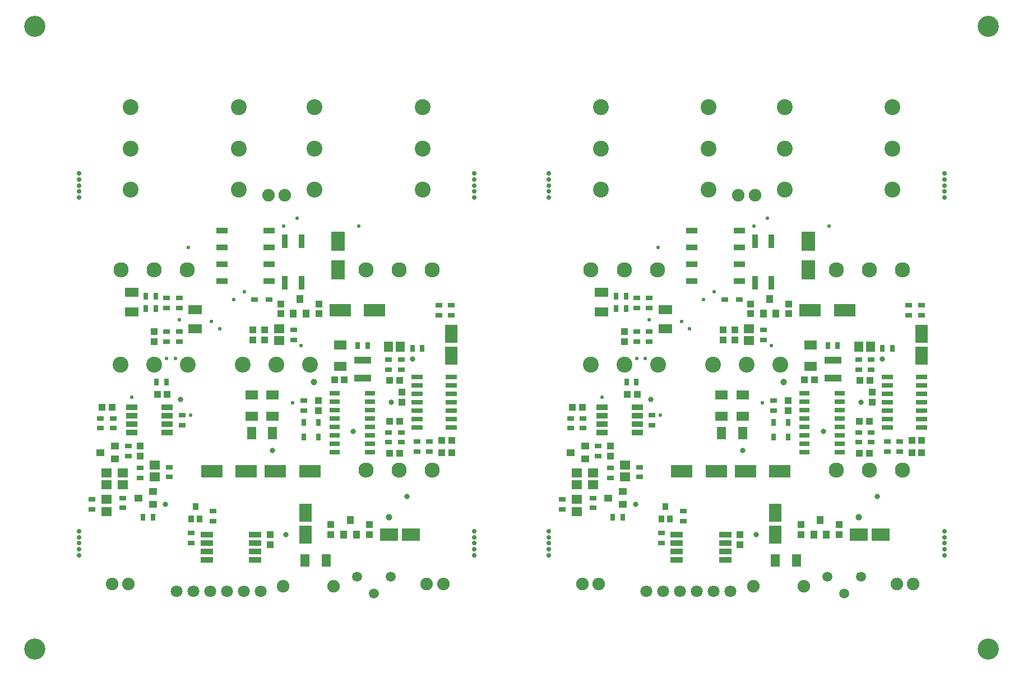
<source format=gts>
%FSLAX46Y46*%
%MOMM*%
%AMPS21*
1,1,2.300000,0.000000,0.000000*
%
%ADD21PS21*%
%AMPS60*
1,1,1.800000,0.000000,0.000000*
%
%ADD60PS60*%
%AMPS51*
1,1,2.400000,0.000000,0.000000*
%
%ADD51PS51*%
%AMPS61*
1,1,1.500000,0.000000,0.000000*
%
%ADD61PS61*%
%AMPS29*
1,1,2.400000,0.000000,0.000000*
%
%ADD29PS29*%
%AMPS12*
1,1,1.900000,0.000000,0.000000*
%
%ADD12PS12*%
%AMPS44*
1,1,1.900000,0.000000,0.000000*
%
%ADD44PS44*%
%AMPS26*
1,1,1.900000,0.000000,0.000000*
%
%ADD26PS26*%
%AMPS39*
21,1,0.750000,1.700000,0.000000,0.000000,90.000000*
%
%ADD39PS39*%
%AMPS38*
21,1,0.750000,1.700000,0.000000,0.000000,270.000000*
%
%ADD38PS38*%
%AMPS55*
21,1,0.800000,1.900000,0.000000,0.000000,90.000000*
%
%ADD55PS55*%
%AMPS54*
21,1,0.800000,1.900000,0.000000,0.000000,270.000000*
%
%ADD54PS54*%
%AMPS49*
21,1,1.800000,3.150000,0.000000,0.000000,90.000000*
%
%ADD49PS49*%
%AMPS50*
21,1,1.800000,3.150000,0.000000,0.000000,270.000000*
%
%ADD50PS50*%
%AMPS17*
21,1,0.800000,1.750000,0.000000,0.000000,90.000000*
%
%ADD17PS17*%
%AMPS18*
21,1,0.800000,1.750000,0.000000,0.000000,270.000000*
%
%ADD18PS18*%
%AMPS40*
21,1,1.800000,2.700000,0.000000,0.000000,0.000000*
%
%ADD40PS40*%
%AMPS42*
21,1,1.800000,2.700000,0.000000,0.000000,90.000000*
%
%ADD42PS42*%
%AMPS41*
21,1,1.800000,2.700000,0.000000,0.000000,180.000000*
%
%ADD41PS41*%
%AMPS43*
21,1,1.800000,2.700000,0.000000,0.000000,270.000000*
%
%ADD43PS43*%
%AMPS66*
21,1,1.100000,1.200000,0.000000,0.000000,0.000000*
%
%ADD66PS66*%
%AMPS32*
21,1,1.100000,1.200000,0.000000,0.000000,90.000000*
%
%ADD32PS32*%
%AMPS67*
21,1,1.100000,1.200000,0.000000,0.000000,180.000000*
%
%ADD67PS67*%
%AMPS33*
21,1,1.100000,1.200000,0.000000,0.000000,270.000000*
%
%ADD33PS33*%
%AMPS24*
21,1,1.600000,1.300000,0.000000,0.000000,0.000000*
%
%ADD24PS24*%
%AMPS53*
21,1,1.600000,1.300000,0.000000,0.000000,90.000000*
%
%ADD53PS53*%
%AMPS25*
21,1,1.600000,1.300000,0.000000,0.000000,180.000000*
%
%ADD25PS25*%
%AMPS52*
21,1,1.600000,1.300000,0.000000,0.000000,270.000000*
%
%ADD52PS52*%
%AMPS30*
21,1,0.600000,1.100000,0.000000,0.000000,0.000000*
%
%ADD30PS30*%
%AMPS47*
21,1,0.600000,1.100000,0.000000,0.000000,90.000000*
%
%ADD47PS47*%
%AMPS31*
21,1,0.600000,1.100000,0.000000,0.000000,180.000000*
%
%ADD31PS31*%
%AMPS48*
21,1,0.600000,1.100000,0.000000,0.000000,270.000000*
%
%ADD48PS48*%
%AMPS64*
21,1,0.750000,1.450000,0.000000,0.000000,90.000000*
%
%ADD64PS64*%
%AMPS65*
21,1,0.750000,1.450000,0.000000,0.000000,270.000000*
%
%ADD65PS65*%
%AMPS14*
21,1,0.800000,2.000000,0.000000,0.000000,0.000000*
%
%ADD14PS14*%
%AMPS13*
21,1,0.800000,2.000000,0.000000,0.000000,180.000000*
%
%ADD13PS13*%
%AMPS59*
21,1,0.901421,1.691421,0.000000,0.000000,90.000000*
%
%ADD59PS59*%
%AMPS58*
21,1,0.901421,1.691421,0.000000,0.000000,270.000000*
%
%ADD58PS58*%
%AMPS45*
21,1,2.000000,1.400000,0.000000,0.000000,0.000000*
%
%ADD45PS45*%
%AMPS46*
21,1,2.000000,1.400000,0.000000,0.000000,180.000000*
%
%ADD46PS46*%
%AMPS62*
21,1,2.500000,1.100000,0.000000,0.000000,0.000000*
%
%ADD62PS62*%
%AMPS63*
21,1,2.500000,1.100000,0.000000,0.000000,180.000000*
%
%ADD63PS63*%
%AMPS15*
21,1,1.100000,0.700000,0.000000,0.000000,0.000000*
%
%ADD15PS15*%
%AMPS34*
21,1,1.100000,0.700000,0.000000,0.000000,90.000000*
%
%ADD34PS34*%
%AMPS16*
21,1,1.100000,0.700000,0.000000,0.000000,180.000000*
%
%ADD16PS16*%
%AMPS35*
21,1,1.100000,0.700000,0.000000,0.000000,270.000000*
%
%ADD35PS35*%
%AMPS28*
21,1,1.900000,1.300000,0.000000,0.000000,0.000000*
%
%ADD28PS28*%
%AMPS37*
21,1,1.900000,1.300000,0.000000,0.000000,90.000000*
%
%ADD37PS37*%
%AMPS27*
21,1,1.900000,1.300000,0.000000,0.000000,180.000000*
%
%ADD27PS27*%
%AMPS36*
21,1,1.900000,1.300000,0.000000,0.000000,270.000000*
%
%ADD36PS36*%
%AMPS56*
21,1,0.900000,1.100000,0.000000,0.000000,0.000000*
%
%ADD56PS56*%
%AMPS57*
21,1,0.900000,1.100000,0.000000,0.000000,180.000000*
%
%ADD57PS57*%
%AMPS23*
21,1,1.050000,1.000000,0.000000,0.000000,0.000000*
%
%ADD23PS23*%
%AMPS19*
21,1,1.050000,1.000000,0.000000,0.000000,90.000000*
%
%ADD19PS19*%
%AMPS22*
21,1,1.050000,1.000000,0.000000,0.000000,180.000000*
%
%ADD22PS22*%
%AMPS20*
21,1,1.050000,1.000000,0.000000,0.000000,270.000000*
%
%ADD20PS20*%
%AMPS69*
21,1,1.950000,2.850000,0.000000,0.000000,0.000000*
%
%ADD69PS69*%
%AMPS68*
21,1,1.950000,2.850000,0.000000,0.000000,180.000000*
%
%ADD68PS68*%
%AMPS72*
1,1,1.000000,0.000000,0.000000*
%
%ADD72PS72*%
%AMPS71*
1,1,0.800000,0.000000,0.000000*
%
%ADD71PS71*%
%AMPS70*
1,1,0.550000,0.000000,0.000000*
%
%ADD70PS70*%
%AMPS11*
1,1,3.200000,0.000000,0.000000*
%
%ADD11PS11*%
%AMPS10*
1,1,0.700000,0.000000,0.000000*
%
%ADD10PS10*%
G01*
G01*
%LPD*%
G75*
D10*
X80630000Y19900000D03*
D10*
X9630000Y20800000D03*
D10*
X140370000Y19900000D03*
D10*
X80630000Y19000000D03*
D10*
X80630000Y73900000D03*
D10*
X69370000Y19900000D03*
D10*
X9630000Y18100000D03*
D10*
X69370000Y73000000D03*
D10*
X140370000Y74800000D03*
D10*
X9630000Y19900000D03*
D11*
X147000000Y3000000D03*
D10*
X140370000Y73900000D03*
D10*
X9630000Y74800000D03*
D10*
X69370000Y20800000D03*
D11*
X3000000Y97000000D03*
D10*
X140370000Y20800000D03*
D10*
X80630000Y73000000D03*
D11*
X3000000Y3000000D03*
D10*
X80630000Y71200000D03*
D10*
X69370000Y17200000D03*
D10*
X69370000Y71200000D03*
D10*
X140370000Y18100000D03*
D10*
X80630000Y18100000D03*
D10*
X140370000Y73000000D03*
D10*
X140370000Y19000000D03*
D10*
X69370000Y73900000D03*
D10*
X80630000Y74800000D03*
D10*
X69370000Y19000000D03*
D10*
X80630000Y20800000D03*
D10*
X9630000Y17200000D03*
D10*
X69370000Y18100000D03*
D10*
X9630000Y19000000D03*
D10*
X9630000Y71200000D03*
D10*
X140370000Y72100000D03*
D10*
X69370000Y74800000D03*
D10*
X140370000Y71200000D03*
D11*
X147000000Y97000000D03*
D10*
X140370000Y17200000D03*
D10*
X80630000Y17200000D03*
D10*
X80630000Y72100000D03*
D10*
X69370000Y72100000D03*
D10*
X9630000Y73900000D03*
D10*
X9630000Y72100000D03*
D10*
X9630000Y73000000D03*
D12*
X62150000Y12850000D03*
D12*
X64650000Y12850000D03*
D13*
X40760000Y64600000D03*
D14*
X43260000Y58300000D03*
D14*
X40760000Y58300000D03*
D13*
X43260000Y64600000D03*
D15*
X42070000Y49699994D03*
D16*
X42070000Y51199994D03*
D17*
X22970000Y39510000D03*
D17*
X22970000Y36960000D03*
D17*
X22970000Y35690000D03*
D18*
X17630000Y35690000D03*
D18*
X17630000Y38240000D03*
D17*
X22970000Y38240000D03*
D18*
X17630000Y39510000D03*
D18*
X17630000Y36960000D03*
D19*
X14650000Y39500000D03*
D20*
X13150000Y39500000D03*
D21*
X16000000Y60300000D03*
D21*
X26000000Y60300000D03*
D21*
X21000000Y60300000D03*
D22*
X47700000Y21800000D03*
D23*
X47700000Y20300000D03*
D15*
X64000000Y53450000D03*
D16*
X64000000Y54950000D03*
D15*
X17100000Y32150000D03*
D16*
X17100000Y33650000D03*
D20*
X64450000Y34500000D03*
D19*
X65950000Y34500000D03*
D22*
X45860000Y55130000D03*
D23*
X45860000Y53630000D03*
D24*
X16300000Y27800000D03*
D25*
X16300000Y29600000D03*
D26*
X40490000Y12500000D03*
D26*
X48110000Y12500000D03*
D19*
X49730000Y43700000D03*
D20*
X48230000Y43700000D03*
D27*
X49120000Y48900000D03*
D28*
X49120000Y45700000D03*
D21*
X53000000Y30000000D03*
D21*
X63000000Y30000000D03*
D21*
X58000000Y30000000D03*
D28*
X35700000Y38200000D03*
D27*
X35700000Y41400000D03*
D22*
X40130000Y55130000D03*
D23*
X40130000Y53630000D03*
D29*
X33750000Y72350000D03*
D29*
X33750000Y84800000D03*
D29*
X17450000Y84800000D03*
D29*
X33750000Y78550000D03*
D29*
X17450000Y78550000D03*
D29*
X17450000Y72350000D03*
D30*
X43600000Y35000000D03*
D31*
X43600000Y37200000D03*
D16*
X62600000Y34350000D03*
D15*
X62600000Y32850000D03*
D32*
X20800000Y26800000D03*
D33*
X18600000Y25850000D03*
D32*
X20800000Y24900000D03*
D34*
X21250000Y54400000D03*
D35*
X19750000Y54400000D03*
D22*
X53500000Y21800000D03*
D23*
X53500000Y20300000D03*
D36*
X43800000Y16400000D03*
D37*
X47000000Y16400000D03*
D19*
X58050000Y37400000D03*
D20*
X56550000Y37400000D03*
D31*
X45800000Y37200000D03*
D30*
X45800000Y35000000D03*
D38*
X60713845Y36490000D03*
D39*
X65886155Y37760000D03*
D39*
X65886155Y42840000D03*
D39*
X65886155Y41570000D03*
D38*
X60713845Y37760000D03*
D39*
X65886155Y36490000D03*
D39*
X65886155Y40300000D03*
D38*
X60713845Y42840000D03*
D38*
X60713845Y39030000D03*
D38*
X60713845Y44110000D03*
D39*
X65886155Y39030000D03*
D39*
X65886155Y44110000D03*
D38*
X60713845Y40300000D03*
D38*
X60713845Y41570000D03*
D21*
X53000000Y60300000D03*
D21*
X63000000Y60300000D03*
D21*
X58000000Y60300000D03*
D27*
X38900000Y41400000D03*
D28*
X38900000Y38200000D03*
D40*
X65900000Y47350000D03*
D41*
X65900000Y50650000D03*
D12*
X14650000Y12850000D03*
D12*
X17150000Y12850000D03*
D16*
X56400000Y46710000D03*
D15*
X56400000Y45210000D03*
D42*
X59750000Y20300000D03*
D43*
X56450000Y20300000D03*
D16*
X14800000Y37850000D03*
D15*
X14800000Y36350000D03*
D35*
X19300000Y22950000D03*
D34*
X20800000Y22950000D03*
D24*
X39870000Y49600000D03*
D25*
X39870000Y51400000D03*
D23*
X38500000Y18800000D03*
D22*
X38500000Y20300000D03*
D32*
X15100000Y33650000D03*
D33*
X12900000Y32700000D03*
D32*
X15100000Y31750000D03*
D16*
X58300000Y35750000D03*
D15*
X58300000Y34250000D03*
D34*
X21250000Y56300000D03*
D35*
X19750000Y56300000D03*
D23*
X45800000Y39010000D03*
D22*
X45800000Y40510000D03*
D44*
X40750000Y71500000D03*
D44*
X38250000Y71500000D03*
D34*
X61510000Y48400000D03*
D35*
X60010000Y48400000D03*
D15*
X22900000Y49450000D03*
D16*
X22900000Y50950000D03*
D20*
X64450000Y32700000D03*
D19*
X65950000Y32700000D03*
D16*
X23300000Y30500000D03*
D15*
X23300000Y29000000D03*
D20*
X21470000Y41500000D03*
D19*
X22970000Y41500000D03*
D45*
X17600000Y53950000D03*
D46*
X17600000Y56850000D03*
D47*
X38370000Y55800000D03*
D48*
X36170000Y55800000D03*
D23*
X18900000Y32150000D03*
D22*
X18900000Y33650000D03*
D37*
X38900000Y35600000D03*
D36*
X35700000Y35600000D03*
D49*
X54300000Y54150000D03*
D50*
X49100000Y54150000D03*
D16*
X58300000Y46710000D03*
D15*
X58300000Y45210000D03*
D16*
X29900000Y23850000D03*
D15*
X29900000Y22350000D03*
D51*
X21000000Y46000000D03*
D51*
X15920000Y46000000D03*
D51*
X26080000Y46000000D03*
D15*
X12900000Y36350000D03*
D16*
X12900000Y37850000D03*
D50*
X29700000Y29900000D03*
D49*
X34900000Y29900000D03*
D15*
X16300000Y24350000D03*
D16*
X16300000Y25850000D03*
D23*
X35900000Y49699994D03*
D22*
X35900000Y51199994D03*
D15*
X56400000Y34250000D03*
D16*
X56400000Y35750000D03*
D49*
X44500000Y29900000D03*
D50*
X39300000Y29900000D03*
D52*
X56400000Y48700000D03*
D53*
X58200000Y48700000D03*
D19*
X58100000Y43550000D03*
D20*
X56600000Y43550000D03*
D54*
X28950000Y19050000D03*
D54*
X28950000Y16500000D03*
D55*
X36250000Y16500000D03*
D55*
X36250000Y17750000D03*
D55*
X36250000Y20300000D03*
D54*
X28950000Y20300000D03*
D55*
X36250000Y19050000D03*
D54*
X28950000Y17750000D03*
D56*
X26600000Y22650000D03*
D56*
X27900000Y22650000D03*
D57*
X27250000Y24550000D03*
D15*
X22900000Y54550000D03*
D16*
X22900000Y56050000D03*
D58*
X31225000Y58590000D03*
D59*
X38375000Y61130000D03*
D59*
X38375000Y66210000D03*
D59*
X38375000Y63670000D03*
D58*
X31225000Y61130000D03*
D58*
X31225000Y66210000D03*
D59*
X38375000Y58590000D03*
D58*
X31225000Y63670000D03*
D16*
X65900000Y54950000D03*
D15*
X65900000Y53450000D03*
D46*
X27200000Y54250000D03*
D45*
X27200000Y51350000D03*
D60*
X37050000Y11780000D03*
D60*
X26890000Y11780000D03*
D60*
X24350000Y11780000D03*
D60*
X29430000Y11780000D03*
D60*
X31970000Y11780000D03*
D60*
X34510000Y11780000D03*
D16*
X24800000Y50950000D03*
D15*
X24800000Y49450000D03*
D61*
X56740000Y13970000D03*
D61*
X54200000Y11430000D03*
D61*
X51660000Y13970000D03*
D16*
X25200000Y38350000D03*
D15*
X25200000Y36850000D03*
D62*
X52500000Y43931534D03*
D63*
X52500000Y46668466D03*
D15*
X24800000Y54550000D03*
D16*
X24800000Y56050000D03*
D24*
X21100000Y29000000D03*
D25*
X21100000Y30800000D03*
D34*
X53250000Y48800000D03*
D35*
X51750000Y48800000D03*
D20*
X56550000Y32600000D03*
D19*
X58050000Y32600000D03*
D64*
X53574920Y41645000D03*
D65*
X48225080Y39105000D03*
D64*
X53574920Y35295000D03*
D65*
X48225080Y40375000D03*
D65*
X48225080Y37835000D03*
D65*
X48225080Y34025000D03*
D64*
X53574920Y39105000D03*
D65*
X48225080Y32755000D03*
D64*
X53574920Y32755000D03*
D64*
X53574920Y37835000D03*
D64*
X53574920Y34025000D03*
D64*
X53574920Y36565000D03*
D65*
X48225080Y36565000D03*
D64*
X53574920Y40375000D03*
D65*
X48225080Y41645000D03*
D65*
X48225080Y35295000D03*
D16*
X26600000Y20550000D03*
D15*
X26600000Y19050000D03*
D22*
X58440000Y41800000D03*
D23*
X58440000Y40300000D03*
D25*
X13800000Y25600000D03*
D24*
X13800000Y23800000D03*
D15*
X60710000Y32850000D03*
D16*
X60710000Y34350000D03*
D66*
X51550000Y20300000D03*
D67*
X50600000Y22500000D03*
D66*
X49650000Y20300000D03*
D41*
X43830000Y23600000D03*
D40*
X43830000Y20300000D03*
D16*
X43600000Y40510000D03*
D15*
X43600000Y39010000D03*
D23*
X37700000Y49699994D03*
D22*
X37700000Y51199994D03*
D15*
X11600000Y24100000D03*
D16*
X11600000Y25600000D03*
D29*
X61550000Y72350000D03*
D29*
X61550000Y84800000D03*
D29*
X45250000Y84800000D03*
D29*
X61550000Y78550000D03*
D29*
X45250000Y78550000D03*
D29*
X45250000Y72350000D03*
D66*
X43940000Y53630000D03*
D67*
X42990000Y55830000D03*
D66*
X42040000Y53630000D03*
D68*
X48800000Y64600000D03*
D69*
X48800000Y60300000D03*
D34*
X22850000Y43300000D03*
D35*
X21350000Y43300000D03*
D51*
X39500000Y46000000D03*
D51*
X34420000Y46000000D03*
D51*
X44580000Y46000000D03*
D16*
X18900000Y30350000D03*
D15*
X18900000Y28850000D03*
D25*
X13800000Y29600000D03*
D24*
X13800000Y27800000D03*
D23*
X21000000Y49450000D03*
D22*
X21000000Y50950000D03*
D70*
X24800000Y52700000D03*
D70*
X51900000Y66900000D03*
D70*
X34600000Y57000000D03*
D70*
X33000000Y55800000D03*
D70*
X30900000Y51400000D03*
D70*
X17630000Y41030000D03*
D70*
X29650000Y52450000D03*
D71*
X60010000Y46810000D03*
D70*
X22900000Y46900000D03*
D70*
X40600000Y66900000D03*
D70*
X43200000Y48800000D03*
D71*
X22700000Y24900000D03*
D70*
X24200000Y46900000D03*
D71*
X38900000Y33000000D03*
D70*
X42600000Y68030000D03*
D71*
X59200000Y26100000D03*
D71*
X56800000Y40300000D03*
D72*
X45100000Y43300000D03*
D70*
X26140000Y63670000D03*
D71*
X51100000Y35900000D03*
D70*
X41900000Y40200000D03*
D71*
X25000000Y40700000D03*
D70*
X26490000Y38350000D03*
D72*
X56450000Y22950000D03*
D71*
X40900000Y20300000D03*
D12*
X133150000Y12850000D03*
D12*
X135650000Y12850000D03*
D13*
X111760000Y64600000D03*
D14*
X114260000Y58300000D03*
D14*
X111760000Y58300000D03*
D13*
X114260000Y64600000D03*
D15*
X113070000Y49699994D03*
D16*
X113070000Y51199994D03*
D17*
X93970000Y39510000D03*
D17*
X93970000Y36960000D03*
D17*
X93970000Y35690000D03*
D18*
X88630000Y35690000D03*
D18*
X88630000Y38240000D03*
D17*
X93970000Y38240000D03*
D18*
X88630000Y39510000D03*
D18*
X88630000Y36960000D03*
D19*
X85650000Y39500000D03*
D20*
X84150000Y39500000D03*
D21*
X87000000Y60300000D03*
D21*
X97000000Y60300000D03*
D21*
X92000000Y60300000D03*
D22*
X118700000Y21800000D03*
D23*
X118700000Y20300000D03*
D15*
X135000000Y53450000D03*
D16*
X135000000Y54950000D03*
D15*
X88100000Y32150000D03*
D16*
X88100000Y33650000D03*
D20*
X135450000Y34500000D03*
D19*
X136950000Y34500000D03*
D22*
X116860000Y55130000D03*
D23*
X116860000Y53630000D03*
D24*
X87300000Y27800000D03*
D25*
X87300000Y29600000D03*
D26*
X111490000Y12500000D03*
D26*
X119110000Y12500000D03*
D19*
X120730000Y43700000D03*
D20*
X119230000Y43700000D03*
D27*
X120120000Y48900000D03*
D28*
X120120000Y45700000D03*
D21*
X124000000Y30000000D03*
D21*
X134000000Y30000000D03*
D21*
X129000000Y30000000D03*
D28*
X106700000Y38200000D03*
D27*
X106700000Y41400000D03*
D22*
X111130000Y55130000D03*
D23*
X111130000Y53630000D03*
D29*
X104750000Y72350000D03*
D29*
X104750000Y84800000D03*
D29*
X88450000Y84800000D03*
D29*
X104750000Y78550000D03*
D29*
X88450000Y78550000D03*
D29*
X88450000Y72350000D03*
D30*
X114600000Y35000000D03*
D31*
X114600000Y37200000D03*
D16*
X133600000Y34350000D03*
D15*
X133600000Y32850000D03*
D32*
X91800000Y26800000D03*
D33*
X89600000Y25850000D03*
D32*
X91800000Y24900000D03*
D34*
X92250000Y54400000D03*
D35*
X90750000Y54400000D03*
D22*
X124500000Y21800000D03*
D23*
X124500000Y20300000D03*
D36*
X114800000Y16400000D03*
D37*
X118000000Y16400000D03*
D19*
X129050000Y37400000D03*
D20*
X127550000Y37400000D03*
D31*
X116800000Y37200000D03*
D30*
X116800000Y35000000D03*
D38*
X131713845Y36490000D03*
D39*
X136886155Y37760000D03*
D39*
X136886155Y42840000D03*
D39*
X136886155Y41570000D03*
D38*
X131713845Y37760000D03*
D39*
X136886155Y36490000D03*
D39*
X136886155Y40300000D03*
D38*
X131713845Y42840000D03*
D38*
X131713845Y39030000D03*
D38*
X131713845Y44110000D03*
D39*
X136886155Y39030000D03*
D39*
X136886155Y44110000D03*
D38*
X131713845Y40300000D03*
D38*
X131713845Y41570000D03*
D21*
X124000000Y60300000D03*
D21*
X134000000Y60300000D03*
D21*
X129000000Y60300000D03*
D27*
X109900000Y41400000D03*
D28*
X109900000Y38200000D03*
D40*
X136900000Y47350000D03*
D41*
X136900000Y50650000D03*
D12*
X85650000Y12850000D03*
D12*
X88150000Y12850000D03*
D16*
X127400000Y46710000D03*
D15*
X127400000Y45210000D03*
D42*
X130750000Y20300000D03*
D43*
X127450000Y20300000D03*
D16*
X85800000Y37850000D03*
D15*
X85800000Y36350000D03*
D35*
X90300000Y22950000D03*
D34*
X91800000Y22950000D03*
D24*
X110870000Y49600000D03*
D25*
X110870000Y51400000D03*
D23*
X109500000Y18800000D03*
D22*
X109500000Y20300000D03*
D32*
X86100000Y33650000D03*
D33*
X83900000Y32700000D03*
D32*
X86100000Y31750000D03*
D16*
X129300000Y35750000D03*
D15*
X129300000Y34250000D03*
D34*
X92250000Y56300000D03*
D35*
X90750000Y56300000D03*
D23*
X116800000Y39010000D03*
D22*
X116800000Y40510000D03*
D44*
X111750000Y71500000D03*
D44*
X109250000Y71500000D03*
D34*
X132510000Y48400000D03*
D35*
X131010000Y48400000D03*
D15*
X93900000Y49450000D03*
D16*
X93900000Y50950000D03*
D20*
X135450000Y32700000D03*
D19*
X136950000Y32700000D03*
D16*
X94300000Y30500000D03*
D15*
X94300000Y29000000D03*
D20*
X92470000Y41500000D03*
D19*
X93970000Y41500000D03*
D45*
X88600000Y53950000D03*
D46*
X88600000Y56850000D03*
D47*
X109370000Y55800000D03*
D48*
X107170000Y55800000D03*
D23*
X89900000Y32150000D03*
D22*
X89900000Y33650000D03*
D37*
X109900000Y35600000D03*
D36*
X106700000Y35600000D03*
D49*
X125300000Y54150000D03*
D50*
X120100000Y54150000D03*
D16*
X129300000Y46710000D03*
D15*
X129300000Y45210000D03*
D16*
X100900000Y23850000D03*
D15*
X100900000Y22350000D03*
D51*
X92000000Y46000000D03*
D51*
X86920000Y46000000D03*
D51*
X97080000Y46000000D03*
D15*
X83900000Y36350000D03*
D16*
X83900000Y37850000D03*
D50*
X100700000Y29900000D03*
D49*
X105900000Y29900000D03*
D15*
X87300000Y24350000D03*
D16*
X87300000Y25850000D03*
D23*
X106900000Y49699994D03*
D22*
X106900000Y51199994D03*
D15*
X127400000Y34250000D03*
D16*
X127400000Y35750000D03*
D49*
X115500000Y29900000D03*
D50*
X110300000Y29900000D03*
D52*
X127400000Y48700000D03*
D53*
X129200000Y48700000D03*
D19*
X129100000Y43550000D03*
D20*
X127600000Y43550000D03*
D54*
X99950000Y19050000D03*
D54*
X99950000Y16500000D03*
D55*
X107250000Y16500000D03*
D55*
X107250000Y17750000D03*
D55*
X107250000Y20300000D03*
D54*
X99950000Y20300000D03*
D55*
X107250000Y19050000D03*
D54*
X99950000Y17750000D03*
D56*
X97600000Y22650000D03*
D56*
X98900000Y22650000D03*
D57*
X98250000Y24550000D03*
D15*
X93900000Y54550000D03*
D16*
X93900000Y56050000D03*
D58*
X102225000Y58590000D03*
D59*
X109375000Y61130000D03*
D59*
X109375000Y66210000D03*
D59*
X109375000Y63670000D03*
D58*
X102225000Y61130000D03*
D58*
X102225000Y66210000D03*
D59*
X109375000Y58590000D03*
D58*
X102225000Y63670000D03*
D16*
X136900000Y54950000D03*
D15*
X136900000Y53450000D03*
D46*
X98200000Y54250000D03*
D45*
X98200000Y51350000D03*
D60*
X108050000Y11780000D03*
D60*
X97890000Y11780000D03*
D60*
X95350000Y11780000D03*
D60*
X100430000Y11780000D03*
D60*
X102970000Y11780000D03*
D60*
X105510000Y11780000D03*
D16*
X95800000Y50950000D03*
D15*
X95800000Y49450000D03*
D61*
X127740000Y13970000D03*
D61*
X125200000Y11430000D03*
D61*
X122660000Y13970000D03*
D16*
X96200000Y38350000D03*
D15*
X96200000Y36850000D03*
D62*
X123500000Y43931534D03*
D63*
X123500000Y46668466D03*
D15*
X95800000Y54550000D03*
D16*
X95800000Y56050000D03*
D24*
X92100000Y29000000D03*
D25*
X92100000Y30800000D03*
D34*
X124250000Y48800000D03*
D35*
X122750000Y48800000D03*
D20*
X127550000Y32600000D03*
D19*
X129050000Y32600000D03*
D64*
X124574920Y41645000D03*
D65*
X119225080Y39105000D03*
D64*
X124574920Y35295000D03*
D65*
X119225080Y40375000D03*
D65*
X119225080Y37835000D03*
D65*
X119225080Y34025000D03*
D64*
X124574920Y39105000D03*
D65*
X119225080Y32755000D03*
D64*
X124574920Y32755000D03*
D64*
X124574920Y37835000D03*
D64*
X124574920Y34025000D03*
D64*
X124574920Y36565000D03*
D65*
X119225080Y36565000D03*
D64*
X124574920Y40375000D03*
D65*
X119225080Y41645000D03*
D65*
X119225080Y35295000D03*
D16*
X97600000Y20550000D03*
D15*
X97600000Y19050000D03*
D22*
X129440000Y41800000D03*
D23*
X129440000Y40300000D03*
D25*
X84800000Y25600000D03*
D24*
X84800000Y23800000D03*
D15*
X131710000Y32850000D03*
D16*
X131710000Y34350000D03*
D66*
X122550000Y20300000D03*
D67*
X121600000Y22500000D03*
D66*
X120650000Y20300000D03*
D41*
X114830000Y23600000D03*
D40*
X114830000Y20300000D03*
D16*
X114600000Y40510000D03*
D15*
X114600000Y39010000D03*
D23*
X108700000Y49699994D03*
D22*
X108700000Y51199994D03*
D15*
X82600000Y24100000D03*
D16*
X82600000Y25600000D03*
D29*
X132550000Y72350000D03*
D29*
X132550000Y84800000D03*
D29*
X116250000Y84800000D03*
D29*
X132550000Y78550000D03*
D29*
X116250000Y78550000D03*
D29*
X116250000Y72350000D03*
D66*
X114940000Y53630000D03*
D67*
X113990000Y55830000D03*
D66*
X113040000Y53630000D03*
D68*
X119800000Y64600000D03*
D69*
X119800000Y60300000D03*
D34*
X93850000Y43300000D03*
D35*
X92350000Y43300000D03*
D51*
X110500000Y46000000D03*
D51*
X105420000Y46000000D03*
D51*
X115580000Y46000000D03*
D16*
X89900000Y30350000D03*
D15*
X89900000Y28850000D03*
D25*
X84800000Y29600000D03*
D24*
X84800000Y27800000D03*
D23*
X92000000Y49450000D03*
D22*
X92000000Y50950000D03*
D70*
X95800000Y52700000D03*
D70*
X122900000Y66900000D03*
D70*
X105600000Y57000000D03*
D70*
X104000000Y55800000D03*
D70*
X101900000Y51400000D03*
D70*
X88630000Y41030000D03*
D70*
X100650000Y52450000D03*
D71*
X131010000Y46810000D03*
D70*
X93900000Y46900000D03*
D70*
X111600000Y66900000D03*
D70*
X114200000Y48800000D03*
D71*
X93700000Y24900000D03*
D70*
X95200000Y46900000D03*
D71*
X109900000Y33000000D03*
D70*
X113600000Y68030000D03*
D71*
X130200000Y26100000D03*
D71*
X127800000Y40300000D03*
D72*
X116100000Y43300000D03*
D70*
X97140000Y63670000D03*
D71*
X122100000Y35900000D03*
D70*
X112900000Y40200000D03*
D71*
X96000000Y40700000D03*
D70*
X97490000Y38350000D03*
D72*
X127450000Y22950000D03*
D71*
X111900000Y20300000D03*
M02*

</source>
